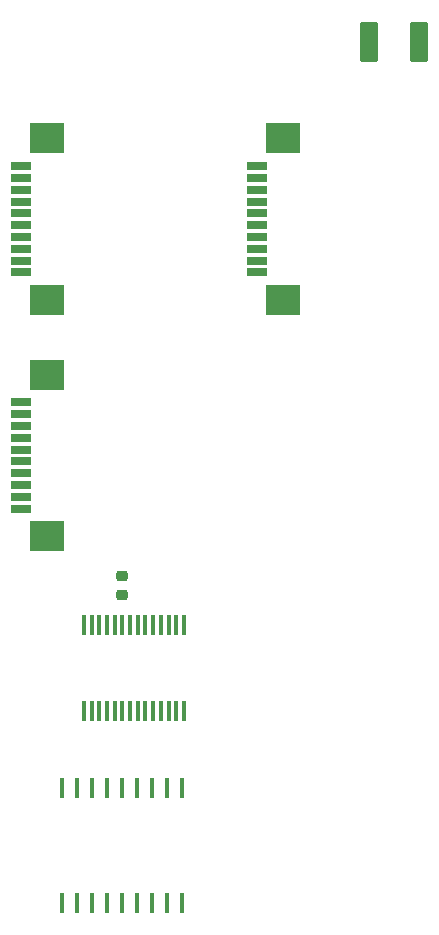
<source format=gbr>
%TF.GenerationSoftware,KiCad,Pcbnew,8.0.7-8.0.7-0~ubuntu24.04.1*%
%TF.CreationDate,2025-02-06T10:53:55+03:00*%
%TF.ProjectId,PM-RQ8,504d2d52-5138-42e6-9b69-6361645f7063,rev?*%
%TF.SameCoordinates,Original*%
%TF.FileFunction,Paste,Top*%
%TF.FilePolarity,Positive*%
%FSLAX46Y46*%
G04 Gerber Fmt 4.6, Leading zero omitted, Abs format (unit mm)*
G04 Created by KiCad (PCBNEW 8.0.7-8.0.7-0~ubuntu24.04.1) date 2025-02-06 10:53:55*
%MOMM*%
%LPD*%
G01*
G04 APERTURE LIST*
G04 Aperture macros list*
%AMRoundRect*
0 Rectangle with rounded corners*
0 $1 Rounding radius*
0 $2 $3 $4 $5 $6 $7 $8 $9 X,Y pos of 4 corners*
0 Add a 4 corners polygon primitive as box body*
4,1,4,$2,$3,$4,$5,$6,$7,$8,$9,$2,$3,0*
0 Add four circle primitives for the rounded corners*
1,1,$1+$1,$2,$3*
1,1,$1+$1,$4,$5*
1,1,$1+$1,$6,$7*
1,1,$1+$1,$8,$9*
0 Add four rect primitives between the rounded corners*
20,1,$1+$1,$2,$3,$4,$5,0*
20,1,$1+$1,$4,$5,$6,$7,0*
20,1,$1+$1,$6,$7,$8,$9,0*
20,1,$1+$1,$8,$9,$2,$3,0*%
G04 Aperture macros list end*
%ADD10R,1.803400X0.635000*%
%ADD11R,2.997200X2.590800*%
%ADD12R,0.450800X1.716000*%
%ADD13RoundRect,0.225000X0.250000X-0.225000X0.250000X0.225000X-0.250000X0.225000X-0.250000X-0.225000X0*%
%ADD14R,0.431800X1.655601*%
%ADD15RoundRect,0.250000X0.537500X1.450000X-0.537500X1.450000X-0.537500X-1.450000X0.537500X-1.450000X0*%
G04 APERTURE END LIST*
D10*
%TO.C,J18*%
X-33556000Y5500009D03*
X-33556000Y6500007D03*
X-33556000Y7500005D03*
X-33556000Y8500003D03*
X-33556000Y9500001D03*
X-33556000Y10499999D03*
X-33556000Y11499997D03*
X-33556000Y12499995D03*
X-33556000Y13499993D03*
X-33556000Y14499991D03*
D11*
X-31385999Y3149998D03*
X-31385999Y16850002D03*
%TD*%
D10*
%TO.C,J6*%
X-13556000Y25500009D03*
X-13556000Y26500007D03*
X-13556000Y27500005D03*
X-13556000Y28500003D03*
X-13556000Y29500001D03*
X-13556000Y30499999D03*
X-13556000Y31499997D03*
X-13556000Y32499995D03*
X-13556000Y33499993D03*
X-13556000Y34499991D03*
D11*
X-11385999Y23149998D03*
X-11385999Y36850002D03*
%TD*%
D12*
%TO.C,U2*%
X-19920000Y-18149202D03*
X-21190000Y-18149202D03*
X-22460000Y-18149202D03*
X-23730000Y-18149202D03*
X-25000000Y-18149202D03*
X-26270000Y-18149202D03*
X-27540000Y-18149202D03*
X-28810000Y-18149202D03*
X-30080000Y-18149202D03*
X-30080000Y-27850798D03*
X-28810000Y-27850798D03*
X-27540000Y-27850798D03*
X-26270000Y-27850798D03*
X-25000000Y-27850798D03*
X-23730000Y-27850798D03*
X-22460000Y-27850798D03*
X-21190000Y-27850798D03*
X-19920000Y-27850798D03*
%TD*%
D13*
%TO.C,C2*%
X-25000000Y-1775000D03*
X-25000000Y-225000D03*
%TD*%
D14*
%TO.C,U1*%
X-19775000Y-4372199D03*
X-20425001Y-4372199D03*
X-21075000Y-4372199D03*
X-21725001Y-4372199D03*
X-22374999Y-4372199D03*
X-23025001Y-4372199D03*
X-23674999Y-4372199D03*
X-24324998Y-4372199D03*
X-24974999Y-4372199D03*
X-25624998Y-4372199D03*
X-26274999Y-4372199D03*
X-26924998Y-4372199D03*
X-27574999Y-4372199D03*
X-28224998Y-4372199D03*
X-28225000Y-11627801D03*
X-27574999Y-11627801D03*
X-26925000Y-11627801D03*
X-26274999Y-11627801D03*
X-25625001Y-11627801D03*
X-24974999Y-11627801D03*
X-24325001Y-11627801D03*
X-23674999Y-11627801D03*
X-23025001Y-11627801D03*
X-22374999Y-11627801D03*
X-21725001Y-11627801D03*
X-21075000Y-11627801D03*
X-20425001Y-11627801D03*
X-19775000Y-11627801D03*
%TD*%
D15*
%TO.C,C1*%
X137500Y45000000D03*
X-4137500Y45000000D03*
%TD*%
D10*
%TO.C,J3*%
X-33556000Y25500009D03*
X-33556000Y26500007D03*
X-33556000Y27500005D03*
X-33556000Y28500003D03*
X-33556000Y29500001D03*
X-33556000Y30499999D03*
X-33556000Y31499997D03*
X-33556000Y32499995D03*
X-33556000Y33499993D03*
X-33556000Y34499991D03*
D11*
X-31385999Y23149998D03*
X-31385999Y36850002D03*
%TD*%
M02*

</source>
